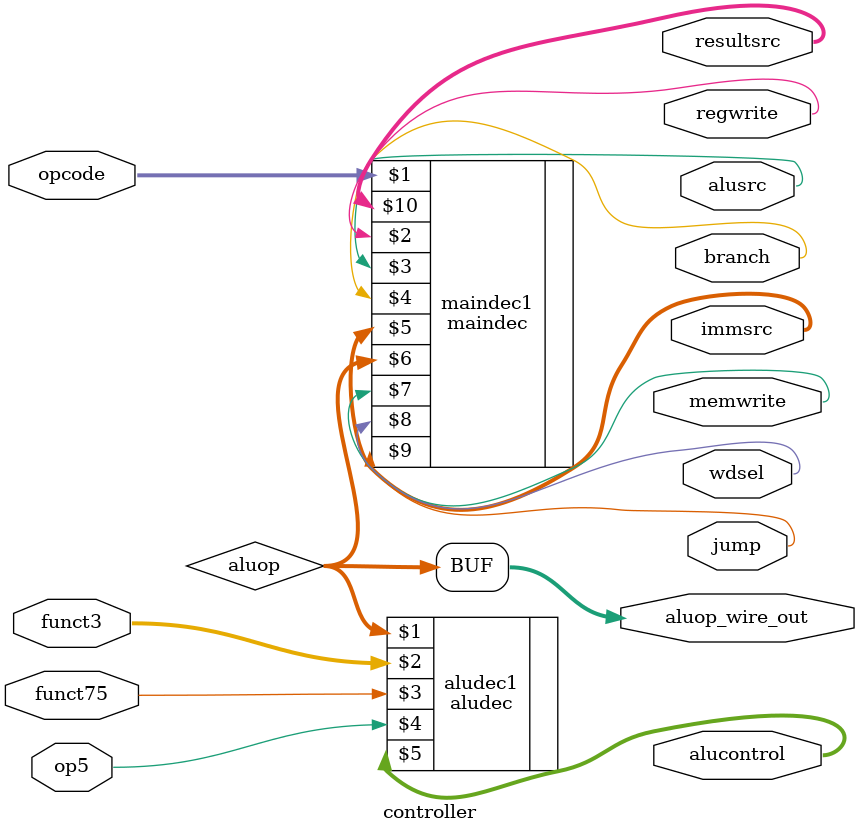
<source format=sv>
module controller(input wire [6:0] opcode,
						input wire [14:12] funct3,
						input wire funct75,
						input wire op5,
						output wire [3:0] alucontrol,
						output wire regwrite,alusrc,branch,memwrite,wdsel,jump,
						output wire [1:0] immsrc,resultsrc,
						output wire [1:0] aluop_wire_out);
						
	wire [1:0] aluop;

	aludec aludec1(aluop,funct3,funct75,op5,alucontrol);
	maindec maindec1(opcode,regwrite,alusrc,branch,immsrc,aluop,memwrite,wdsel,jump,resultsrc);
	
	assign aluop_wire_out=aluop;
	
endmodule

</source>
